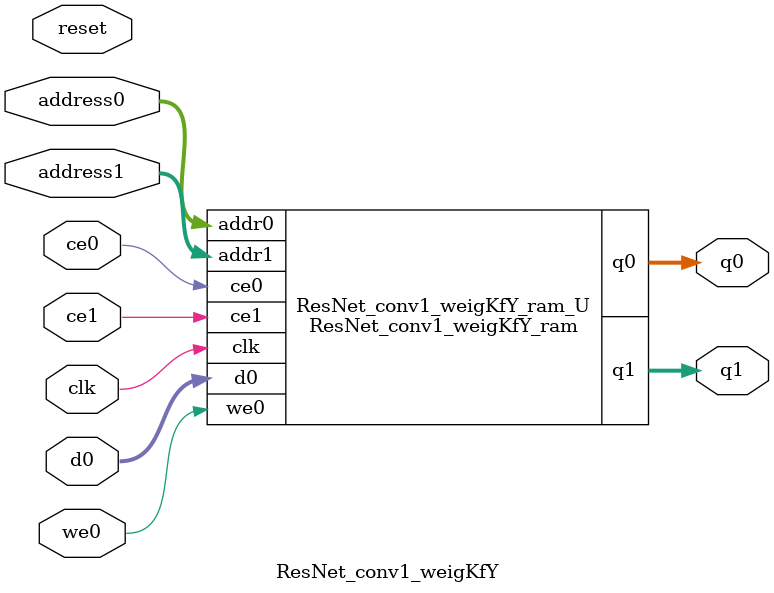
<source format=v>
`timescale 1 ns / 1 ps
module ResNet_conv1_weigKfY_ram (addr0, ce0, d0, we0, q0, addr1, ce1, q1,  clk);

parameter DWIDTH = 2;
parameter AWIDTH = 4;
parameter MEM_SIZE = 9;

input[AWIDTH-1:0] addr0;
input ce0;
input[DWIDTH-1:0] d0;
input we0;
output reg[DWIDTH-1:0] q0;
input[AWIDTH-1:0] addr1;
input ce1;
output reg[DWIDTH-1:0] q1;
input clk;

(* ram_style = "distributed" *)reg [DWIDTH-1:0] ram[0:MEM_SIZE-1];




always @(posedge clk)  
begin 
    if (ce0) begin
        if (we0) 
            ram[addr0] <= d0; 
        q0 <= ram[addr0];
    end
end


always @(posedge clk)  
begin 
    if (ce1) begin
        q1 <= ram[addr1];
    end
end


endmodule

`timescale 1 ns / 1 ps
module ResNet_conv1_weigKfY(
    reset,
    clk,
    address0,
    ce0,
    we0,
    d0,
    q0,
    address1,
    ce1,
    q1);

parameter DataWidth = 32'd2;
parameter AddressRange = 32'd9;
parameter AddressWidth = 32'd4;
input reset;
input clk;
input[AddressWidth - 1:0] address0;
input ce0;
input we0;
input[DataWidth - 1:0] d0;
output[DataWidth - 1:0] q0;
input[AddressWidth - 1:0] address1;
input ce1;
output[DataWidth - 1:0] q1;



ResNet_conv1_weigKfY_ram ResNet_conv1_weigKfY_ram_U(
    .clk( clk ),
    .addr0( address0 ),
    .ce0( ce0 ),
    .we0( we0 ),
    .d0( d0 ),
    .q0( q0 ),
    .addr1( address1 ),
    .ce1( ce1 ),
    .q1( q1 ));

endmodule


</source>
